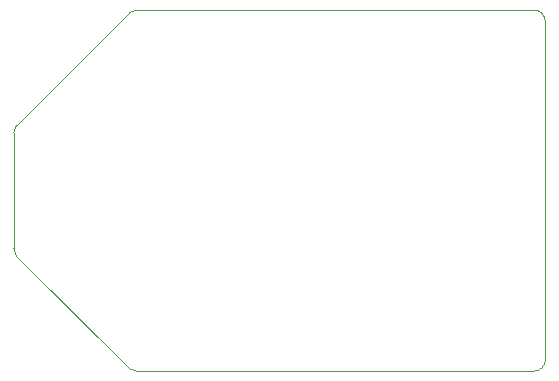
<source format=gm1>
G04 #@! TF.GenerationSoftware,KiCad,Pcbnew,7.0.1*
G04 #@! TF.CreationDate,2023-03-20T20:32:02+09:00*
G04 #@! TF.ProjectId,usbRS232C,75736252-5332-4333-9243-2e6b69636164,V1.0*
G04 #@! TF.SameCoordinates,Original*
G04 #@! TF.FileFunction,Profile,NP*
%FSLAX46Y46*%
G04 Gerber Fmt 4.6, Leading zero omitted, Abs format (unit mm)*
G04 Created by KiCad (PCBNEW 7.0.1) date 2023-03-20 20:32:02*
%MOMM*%
%LPD*%
G01*
G04 APERTURE LIST*
G04 #@! TA.AperFunction,Profile*
%ADD10C,0.100000*%
G04 #@! TD*
G04 APERTURE END LIST*
D10*
X22000000Y-15300000D02*
X-11600000Y-15300000D01*
X-22000000Y4900000D02*
X-22000000Y-4900000D01*
X22000000Y15300000D02*
X-11600000Y15300000D01*
X-21800000Y-5500000D02*
X-12200000Y-15100000D01*
X-12200000Y-15100000D02*
G75*
G03*
X-11600000Y-15300000I600001J800004D01*
G01*
X-21999999Y-4900000D02*
G75*
G03*
X-21799999Y-5500000I1000003J1D01*
G01*
X-21800000Y5500000D02*
G75*
G03*
X-22000000Y4900000I800004J-600001D01*
G01*
X23000000Y14300000D02*
X23000000Y-14300000D01*
X22000000Y-15300000D02*
G75*
G03*
X23000000Y-14300000I0J1000000D01*
G01*
X-11600000Y15299999D02*
G75*
G03*
X-12200000Y15099999I1J-1000003D01*
G01*
X-21800000Y5500000D02*
X-12200000Y15100000D01*
X23000000Y14300000D02*
G75*
G03*
X22000000Y15300000I-1000000J0D01*
G01*
M02*

</source>
